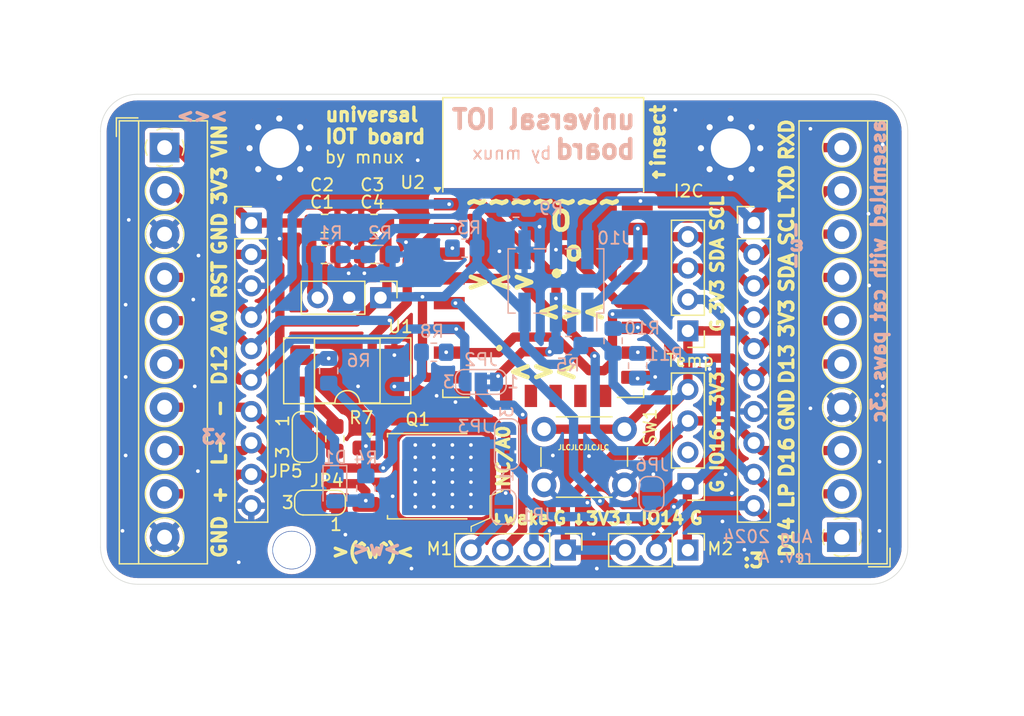
<source format=kicad_pcb>
(kicad_pcb (version 20240108) (generator "pcbnew") (generator_version "8.0")
  (layers (0 "F.Cu" signal) (31 "B.Cu" signal) (34 "B.Paste" user) (35 "F.Paste" user) (36 "B.SilkS" user "B.Silkscreen") (37 "F.SilkS" user "F.Silkscreen") (38 "B.Mask" user) (39 "F.Mask" user) (44 "Edge.Cuts" user))
  (net 0 "")
  (net 1 "GND")
  (net 2 "V Sense")
  (net 3 "RXD")
  (net 4 "TXD")
  (net 5 "+3.3V")
  (net 6 "GND LP")
  (net 7 "nRST")
  (net 8 "GPIO0")
  (net 9 "SCL")
  (net 10 "SDA")
  (net 11 "Fet LOAD VCC")
  (net 12 "Fet GND")
  (net 13 "Fet LOAD GND")
  (net 14 "Net-(SW1A-D)")
  (net 15 "Net-(Q1-G)")
  (net 16 "Net-(JP5-C)")
  (net 17 "VIN")
  (net 18 "IO12")
  (net 19 "IO16")
  (net 20 "IO14")
  (net 21 "IO13")
  (net 22 "IO9")
  (net 23 "IO10")
  (net 24 "Net-(D1-A)")
  (net 25 "Net-(D1-K)")
  (net 27 "Net-(J9-Pin_3)")
  (net 28 "Net-(J9-Pin_4)")
  (net 29 "Net-(JP3-C)")
  (net 30 "Net-(U2-EN)")
  (net 31 "Net-(R7-Pad1)")
  (net 32 "Net-(R8-Pad1)")
  (net 33 "Net-(U2-GPIO15)")
  (footprint "Connector_PinHeader_2.54mm:PinHeader_1x04_P2.54mm_Vertical" (layer "F.Cu") (at 167.64 109 -90)
    (property "Reference" "J9" (hide yes))
    (property "Value" "comparator module")
  )
  (footprint "Button_Switch_THT:SW_PUSH_6mm" (layer "F.Cu") (at 172.414 103.723 180)
    (property "Reference" "SW1")
    (property "Value" "SW_Push_Dual_x2")
  )
  (footprint "Package_TO_SOT_SMD:TO-252-2" (layer "F.Cu") (at 156.565 103.025)
    (property "Reference" "Q1")
    (property "Value" "QM6006D")
  )
  (footprint "Jumper:SolderJumper-3_P1.3mm_Bridged2Bar12_RoundedPad1.0x1.5mm_NumberLabels" (layer "F.Cu") (at 146.558 99.852 -90)
    (property "Reference" "JP5")
    (property "Value" "SolderJumper_3_Bridged12")
  )
  (footprint "Connector_PinHeader_2.54mm:PinHeader_1x04_P2.54mm_Vertical" (layer "F.Cu") (at 177.546 91.275 180)
    (property "Reference" "J8" (hide yes))
    (property "Value" "i2c module")
  )
  (footprint "Connector_PinHeader_2.54mm:PinHeader_1x03_P2.54mm_Vertical" (layer "F.Cu") (at 177.546 109 -90)
    (property "Reference" "J7" (hide yes))
    (property "Value" "radio module")
  )
  (footprint "RF_Module:ESP-12E" (layer "F.Cu") (at 165.85 84.53)
    (property "Reference" "U2")
    (property "Value" "ESP-12E")
  )
  (footprint "TerminalBlock_4Ucon:TerminalBlock_4Ucon_1x10_P3.50mm_Horizontal" (layer "F.Cu") (at 189.992 107.95 90)
    (property "Reference" "J4" (hide yes))
    (property "Value" "Conn_01x10_Pin")
  )
  (footprint "Package_DIP:DIP-4_W7.62mm_SMDSocket_SmallPads" (layer "F.Cu") (at 150 94.5 180)
    (property "Reference" "U1")
    (property "Value" "PC817")
  )
  (footprint "Capacitor_SMD:C_0805_2012Metric_Pad1.18x1.45mm_HandSolder" (layer "F.Cu") (at 152.1675 82.59 180)
    (property "Reference" "C3")
    (property "Value" "100n")
  )
  (footprint "Connector_PinHeader_2.54mm:PinHeader_1x03_P2.54mm_Vertical" (layer "F.Cu") (at 152.6925 88.59 -90)
    (property "Reference" "J6" (hide yes))
    (property "Value" "Conn_01x03_Pin")
  )
  (footprint "Connector_PinHeader_2.54mm:PinHeader_1x10_P2.54mm_Vertical" (layer "F.Cu") (at 182.88 82.55)
    (property "Reference" "J3" (hide yes))
    (property "Value" "Conn_01x10_Pin")
  )
  (footprint "Capacitor_SMD:C_0805_2012Metric_Pad1.18x1.45mm_HandSolder" (layer "F.Cu") (at 152.1675 85.09 180)
    (property "Reference" "C4")
    (property "Value" "470u")
  )
  (footprint "Connector_PinHeader_2.54mm:PinHeader_1x10_P2.54mm_Vertical" (layer "F.Cu") (at 142.24 82.55)
    (property "Reference" "J1" (hide yes))
    (property "Value" "Conn_01x10_Pin")
  )
  (footprint "Capacitor_SMD:C_0805_2012Metric_Pad1.18x1.45mm_HandSolder" (layer "F.Cu") (at 148.1675 85.09)
    (property "Reference" "C1")
    (property "Value" "100n")
  )
  (footprint "Connector_PinHeader_2.54mm:PinHeader_1x04_P2.54mm_Vertical" (layer "F.Cu") (at 177.546 103.632 180)
    (property "Reference" "J5" (hide yes))
    (property "Value" "dht11")
  )
  (footprint "MountingHole:MountingHole_3.2mm_M3_Pad_Via" (layer "F.Cu") (at 144.5 76.5)
    (property "Reference" "REF**" (hide yes))
    (property "Value" "MountingHole_3.2mm_M3_Pad_Via")
  )
  (footprint "Jumper:SolderJumper-3_P1.3mm_Bridged2Bar12_RoundedPad1.0x1.5mm_NumberLabels" (layer "F.Cu") (at 147.798 105.156 180)
    (property "Reference" "JP4")
    (property "Value" "SolderJumper_3_Bridged12")
  )
  (footprint "Resistor_SMD:R_0805_2012Metric_Pad1.20x1.40mm_HandSolder" (layer "F.Cu") (at 149 100 -90)
    (property "Reference" "R7")
    (property "Value" "R")
  )
  (footprint "TerminalBlock_4Ucon:TerminalBlock_4Ucon_1x10_P3.50mm_Horizontal" (layer "F.Cu") (at 135.2296 76.45 -90)
    (property "Reference" "J2" (hide yes))
    (property "Value" "Conn_01x10_Pin")
  )
  (footprint "MountingHole:MountingHole_3.2mm_M3_Pad_Via" (layer "F.Cu") (at 181 76.5 180)
    (property "Reference" "REF**" (hide yes))
    (property "Value" "MountingHole_3.2mm_M3_Pad_Via")
  )
  (footprint "Capacitor_SMD:C_0805_2012Metric_Pad1.18x1.45mm_HandSolder" (layer "F.Cu") (at 148.1675 82.59)
    (property "Reference" "C2")
    (property "Value" "470u")
  )
  (footprint "Jumper:SolderJumper-3_P1.3mm_Bridged2Bar12_RoundedPad1.0x1.5mm_NumberLabels" (layer "B.Cu") (at 160.8 95.4 180)
    (property "Reference" "JP2")
    (property "Value" "SolderJumper_3_Bridged12")
  )
  (footprint "Jumper:SolderJumper-3_P1.3mm_Bridged2Bar12_RoundedPad1.0x1.5mm_NumberLabels" (layer "B.Cu") (at 162.9156 100.4316 90)
    (property "Reference" "JP3")
    (property "Value" "SolderJumper_3_Bridged12")
  )
  (footprint "Diode_SMD:D_0805_2012Metric_Pad1.15x1.40mm_HandSolder" (layer "B.Cu") (at 149 104.025 -90)
    (property "Reference" "D1")
    (property "Value" "D")
  )
  (footprint "Jumper:SolderJumper-2_P1.3mm_Open_RoundedPad1.0x1.5mm" (layer "B.Cu") (at 174.6 104.45 90)
    (property "Reference" "JP6")
    (property "Value" "Jumper_2_Open")
  )
  (footprint "Resistor_SMD:R_0805_2012Metric_Pad1.20x1.40mm_HandSolder" (layer "B.Cu") (at 167.894 92.456 180)
    (property "Reference" "R5")
    (property "Value" "R")
  )
  (footprint "Resistor_SMD:R_0805_2012Metric_Pad1.20x1.40mm_HandSolder" (layer "B.Cu") (at 157 93)
    (property "Reference" "R8")
    (property "Value" "R")
  )
  (footprint "Resistor_SMD:R_0805_2012Metric_Pad1.20x1.40mm_HandSolder" (layer "B.Cu") (at 152.6675 85.09)
    (property "Reference" "R2")
    (property "Value" "R")
  )
  (footprint "Resistor_SMD:R_0805_2012Metric_Pad1.20x1.40mm_HandSolder" (layer "B.Cu") (at 148.6675 85.09)
    (property "Reference" "R1")
    (property "Value" "R")
  )
  (footprint "Resistor_SMD:R_0805_2012Metric_Pad1.20x1.40mm_HandSolder" (layer "B.Cu") (at 151.5 104 90)
    (property "Reference" "R4")
    (property "Value" "R")
  )
  (footprint "Resistor_SMD:R_0805_2012Metric_Pad1.20x1.40mm_HandSolder" (layer "B.Cu") (at 163.65 81.35)
    (property "Reference" "R9")
    (property "Value" "R")
  )
  (footprint "Resistor_SMD:R_0805_2012Metric_Pad1.20x1.40mm_HandSolder" (layer "B.Cu") (at 159.5 84.582 180)
    (property "Reference" "R3")
    (property "Value" "R")
  )
  (footprint "Jumper:SolderJumper-2_P1.3mm_Open_RoundedPad1.0x1.5mm" (layer "B.Cu") (at 162.6616 105.5012 -90)
    (property "Reference" "JP1")
    (property "Value" "Jumper_2_Open")
  )
  (footprint "Resistor_SMD:R_0805_2012Metric_Pad1.20x1.40mm_HandSolder" (layer "B.Cu") (at 148.5 94.5 90)
    (property "Reference" "R6")
    (property "Value" "R")
  )
  (footprint "Resistor_SMD:R_0805_2012Metric_Pad1.20x1.40mm_HandSolder" (layer "B.Cu") (at 173.482 94.091 -90)
    (property "Reference" "R11")
    (property "Value" "R")
  )
  (footprint "Connector_PinHeader_2.54mm:PinHeader_2x03_P2.54mm_Vertical_SMD" (layer "B.Cu") (at 166.878 87.234 90)
    (property "Reference" "J10")
    (property "Value" "Conn_02x03_Counter_Clockwise SMD")
  )
  (footprint "Resistor_SMD:R_0805_2012Metric_Pad1.20x1.40mm_HandSolder" (layer "B.Cu") (at 171.5 92.075 90)
    (property "Reference" "R10")
    (property "Value" "R")
  )
  (gr_line (start 160.02 107.0896) (end 160.02 107.4896) (stroke (width 0.1)) (layer "F.SilkS"))
  (gr_line (start 161.544 106.4116) (end 160.02 107.0896) (stroke (width 0.1)) (layer "F.SilkS"))
  (gr_line (start 162.6 104.2) (end 161.544 104.6116) (stroke (width 0.1)) (layer "F.SilkS"))
  (gr_line (start 161.544 104.6116) (end 161.544 106.4116) (stroke (width 0.1)) (layer "F.SilkS"))
  (gr_line (start 195.326 75.136) (end 195.326 108.76) (stroke (width 0.05)) (layer "Edge.Cuts"))
  (gr_arc (start 195.326 108.76) (mid 194.44732 110.88132) (end 192.326 111.76) (stroke (width 0.05)) (layer "Edge.Cuts"))
  (gr_line (start 192.326 111.76) (end 133.048 111.76) (stroke (width 0.05)) (layer "Edge.Cuts"))
  (gr_line (start 133.048 72.136) (end 192.326 72.136) (stroke (width 0.05)) (layer "Edge.Cuts"))
  (gr_arc (start 133.048 111.76) (mid 130.92668 110.88132) (end 130.048 108.76) (stroke (width 0.05)) (layer "Edge.Cuts"))
  (gr_arc (start 192.326 72.136) (mid 194.44732 73.01468) (end 195.326 75.136) (stroke (width 0.05)) (layer "Edge.Cuts"))
  (gr_arc (start 130.048 75.136) (mid 130.92668 73.01468) (end 133.048 72.136) (stroke (width 0.05)) (layer "Edge.Cuts"))
  (gr_line (start 130.048 108.76) (end 130.048 75.136) (stroke (width 0.05)) (layer "Edge.Cuts"))
  (gr_text "x3" (at 140.35 100.5 0) (layer "B.SilkS") (effects (font (size 1.1 1.1) (thickness 0.275) (bold yes)) (justify left bottom mirror)))
  (gr_text "><>" (at 140.5 74.5 0) (layer "B.SilkS") (effects (font (size 1.1 1.1) (thickness 0.275) (bold yes)) (justify left bottom mirror)))
  (gr_text "Aug 2024\nrev. A" (at 187.706 108.712 0) (layer "B.SilkS") (effects (font (size 1 1)) (justify left mirror)))
  (gr_text "assembled with cat paws :3c" (at 193.6 74.05 90) (layer "B.SilkS") (effects (font (size 1.1 1.1) (thickness 0.275) (bold yes)) (justify left bottom mirror)))
  (gr_text ">w<" (at 154.5 109.5 0) (layer "B.SilkS") (effects (font (size 1.1 1.1) (thickness 0.275) (bold yes)) (justify left bottom mirror)))
  (gr_text "universal IOT\nboard" (at 173.482 77.47 0) (layer "B.SilkS") (effects (font (size 1.5 1.5) (thickness 0.375) (bold yes)) (justify left bottom mirror)))
  (gr_text "by mnux" (at 163.322 76.9 0) (layer "B.SilkS") (effects (font (size 1 1)) (justify mirror)))
  (gr_text "-ω-" (at 186.85 82.25 90) (layer "B.SilkS") (effects (font (size 1.1 1.1) (thickness 0.275) (bold yes)) (justify left bottom mirror)))
  (gr_text "IO16↑" (at 180.5 102.743 90) (layer "F.SilkS") (effects (font (size 1 1) (thickness 0.25) (bold yes)) (justify left bottom)))
  (gr_text "A0" (at 140.3096 91.7448 90) (layer "F.SilkS") (effects (font (size 1.1 1.1) (thickness 0.275) (bold yes)) (justify left bottom)))
  (gr_text "G" (at 180.5 91.5 90) (layer "F.SilkS") (effects (font (size 1 1) (thickness 0.25) (bold yes)) (justify left bottom)))
  (gr_text "SCL\n" (at 180.5 83.312 90) (layer "F.SilkS") (effects (font (size 1 1) (thickness 0.25) (bold yes)) (justify left bottom)))
  (gr_text "LP" (at 186.182 105.7656 90) (layer "F.SilkS") (effects (font (size 1.1 1.1) (thickness 0.275) (bold yes)) (justify left bottom)))
  (gr_text "M2" (at 179.0192 109.474 0) (layer "F.SilkS") (effects (font (size 1 1)) (justify left bottom)))
  (gr_text ">(^w^)<" (at 148.59 109.728 0) (layer "F.SilkS") (effects (font (size 1.1 1.1) (thickness 0.275) (bold yes)) (justify left bottom)))
  (gr_text "↓wake" (at 166.4716 107 0) (layer "F.SilkS") (effects (font (size 1 1) (thickness 0.25) (bold yes)) (justify right bottom)))
  (gr_text "NC/A0" (at 163.2 98.8 90) (layer "F.SilkS") (effects (font (size 1 1) (thickness 0.25) (bold yes)) (justify right bottom)))
  (gr_text "G" (at 180.5 104.5 90) (layer "F.SilkS") (effects (font (size 1 1) (thickness 0.25) (bold yes)) (justify left bottom)))
  (gr_text "RST" (at 140.3096 88.8238 90) (layer "F.SilkS") (effects (font (size 1.1 1.1) (thickness 0.275) (bold yes)) (justify left bottom)))
  (gr_text "G" (at 178.88 107 0) (layer "F.SilkS") (effects (font (size 1 1) (thickness 0.25) (bold yes)) (justify right bottom)))
  (gr_text "3V3\n" (at 180.5 97.5 90) (layer "F.SilkS") (effects (font (size 1 1) (thickness 0.25) (bold yes)) (justify left bottom)))
  (gr_text "GND" (at 186.182 99.5172 90) (layer "F.SilkS") (effects (font (size 1.1 1.1) (thickness 0.275) (bold yes)) (justify left bottom)))
  (gr_text "G" (at 167.8432 107 0) (layer "F.SilkS") (effects (font (size 1 1) (thickness 0.25) (bold yes)) (justify right bottom)))
  (gr_text "SCL\n" (at 186.182 84.5312 90) (layer "F.SilkS") (effects (font (size 1.1 1.1) (thickness 0.275) (bold yes)) (justify left bottom)))
  (gr_text "SDA" (at 180.5 86.741 90) (layer "F.SilkS") (effects (font (size 1 1) (thickness 0.25) (bold yes)) (justify left bottom)))
  (gr_text "-" (at 140.3096 98.3996 90) (layer "F.SilkS") (effects (font (size 1.1 1.1) (thickness 0.275) (bold yes)) (justify left bottom)))
  (gr_text "+" (at 140.3096 105.41 90) (layer "F.SilkS") (effects (font (size 1.1 1.1) (thickness 0.275) (bold yes)) (justify left bottom)))
  (gr_text "universal\nIOT board" (at 148.082 76.2 0) (layer "F.SilkS") (effects (font (size 1.1 1.1) (thickness 0.275) (bold yes)) (justify left bottom)))
  (gr_text "3V3\n" (at 180.5 90.043 90) (layer "F.SilkS") (effects (font (size 1 1) (thickness 0.25) (bold yes)) (justify left bottom)))
  (gr_text "VIN" (at 140.3096 77.4192 90) (layer "F.SilkS") (effects (font (size 1.1 1.1) (thickness 0.275) (bold yes)) (justify left bottom)))
  (gr_text "I2C" (at 176.3 80.55 0) (layer "F.SilkS") (effects (font (size 1 1)) (justify left bottom)))
  (gr_text "3V3" (at 140.3096 81.2292 90) (layer "F.SilkS") (effects (font (size 1.1 1.1) (thickness 0.275) (bold yes)) (justify left bottom)))
  (gr_text "↓3V3↓\n" (at 167.935233 107.028573 0) (layer "F.SilkS") (effects (font (size 1 1) (thickness 0.25) (bold yes)) (justify left bottom)))
  (gr_text "IO14" (at 177.38 107 0) (layer "F.SilkS") (effects (font (size 1 1) (thickness 0.25) (bold yes)) (justify right bottom)))
  (gr_text "Temp" (at 175.7 94.25 0) (layer "F.SilkS") (effects (font (size 1 1)) (justify left bottom)))
  (gr_text "D13" (at 186.182 95.7072 90) (layer "F.SilkS") (effects (font (size 1.1 1.1) (thickness 0.25) (bold yes)) (justify left bottom)))
  (gr_text "~~~~~~~\n" (at 159.4 81.7 0) (layer "F.SilkS") (effects (font (size 1.5 2.5) (thickness 0.375) (bold yes)) (justify left bottom)))
  (gr_text "M1" (at 156.3116 109.474 0) (layer "F.SilkS") (effects (font (size 1 1)) (justify left bottom)))
  (gr_text "by mnux" (at 151.384 77.216 0) (layer "F.SilkS") (effects (font (size 1 1))))
  (gr_text "D16" (at 186.182 103.2764 90) (layer "F.SilkS") (effects (font (size 1.1 1.1) (thickness 0.275) (bold yes)) (justify left bottom)))
  (gr_text "RXD" (at 186.182 77.6224 90) (layer "F.SilkS") (effects (font (size 1.1 1.1) (thickness 0.275) (bold yes)) (justify left bottom)))
  (gr_text "↑insect" (at 175.768 79.502 90) (layer "F.SilkS") (effects (font (size 1.1 1.1) (thickness 0.275) (bold yes)) (justify left bottom)))
  (gr_text "D12" (at 140.3096 95.8088 90) (layer "F.SilkS") (effects (font (size 1.1 1.1) (thickness 0.25) (bold yes)) (justify left bottom)))
  (gr_text "TXD" (at 186.182 81.026 90) (layer "F.SilkS") (effects (font (size 1.1 1.1) (thickness 0.275) (bold yes)) (justify left bottom)))
  (gr_text "3V3" (at 186.182 91.948 90) (layer "F.SilkS") (effects (font (size 1.1 1.1) (thickness 0.275) (bold yes)) (justify left bottom)))
  (gr_text "GND" (at 140.3096 109.7788 90) (layer "F.SilkS") (effects (font (size 1.1 1.1) (thickness 0.275) (bold yes)) (justify left bottom)))
  (gr_text "SDA" (at 186.182 88.2904 90) (layer "F.SilkS") (effects (font (size 1.1 1.1) (thickness 0.275) (bold yes)) (justify left bottom)))
  (gr_text "D14" (at 186.182 109.728 90) (layer "F.SilkS") (effects (font (size 1.1 1.1) (thickness 0.275) (bold yes)) (justify left bottom)))
  (gr_text "GND" (at 140.3096 85.2678 90) (layer "F.SilkS") (effects (font (size 1.1 1.1) (thickness 0.275) (bold yes)) (justify left bottom)))
  (gr_text "L-" (at 140.3096 102.3112 90) (layer "F.SilkS") (effects (font (size 1.1 1.1) (thickness 0.275) (bold yes)) (justify left bottom)))
  (gr_text "JLCJLCJLCJLC" (at 169.1 100.7 -0) (layer "F.SilkS") (effects (font (size 0.4 0.4) (thickness 0.1) (bold yes))))
  (gr_text ":3" (at 181.864 110.49 0) (layer "F.SilkS") (effects (font (size 1.1 1.1) (thickness 0.275) (bold yes)) (justify left bottom)))
  (gr_text "\n\n      O\n       o\n><> °\n     <><\n  .\n   <><" (at 159.4 95.35 0) (layer "F.SilkS") (effects (font (size 1.5 1.5) (thickness 0.375) (bold yes)) (justify left bottom)))
  (via (at 145.5 109) (size 3.1) (drill 3) (layers "F.Cu" "B.Cu") (net 0))
  (segment (start 189.652 97.79) (end 189.992 97.45) (width 0.75) (layer "F.Cu") (net 1))
  (segment (start 142.24 105.41) (end 141.79 105.41) (width 0.75) (layer "F.Cu") (net 1))
  (via (at 181.102 104.394) (size 0.6) (drill 0.3) (layers "F.Cu" "B.Cu") (net 1))
  (via (at 166.624 101.346) (size 0.6) (drill 0.3) (layers "F.Cu" "B.Cu") (net 1))
  (via (at 169.55 101.4) (size 0.6) (drill 0.3) (layers "F.Cu" "B.Cu") (net 1))
  (via (at 132.08 89.154) (size 0.6) (drill 0.3) (layers "F.Cu" "B.Cu") (net 1))
  (via (at 132.08 101.346) (size 0.6) (drill 0.3) (layers "F.Cu" "B.Cu") (net 1))
  (via (at 169.926 107.696) (size 0.6) (drill 0.3) (layers "F.Cu" "B.Cu") (net 1))
  (via (at 158.75 97.028) (size 0.6) (drill 0.3) (layers "F.Cu" "B.Cu") (net 1))
  (via (at 193.294 95.758) (size 0.6) (drill 0.3) (layers "F.Cu" "B.Cu") (net 1))
  (via (at 192.15 81.8) (size 0.6) (drill 0.3) (layers "F.Cu" "B.Cu") (net 1))
  (via (at 176.413409 105.494028) (size 0.6) (drill 0.3) (layers "F.Cu" "B.Cu") (net 1))
  (via (at 131.826 107.442) (size 0.6) (drill 0.3) (layers "F.Cu" "B.Cu") (net 1))
  (via (at 169.418 105.156) (size 0.6) (drill 0.3) (layers "F.Cu" "B.Cu") (net 1))
  (via (at 180.34 106.68) (size 0.6) (drill 0.3) (layers "F.Cu" "B.Cu") (net 1))
  (via (at 187.452 97.536) (size 0.6) (drill 0.3) (layers "F.Cu" "B.Cu") (net 1))
  (via (at 187.452 74.93) (size 0.6) (drill 0.3) (layers "F.Cu" "B.Cu") (net 1))
  (via (at 150.876 95.758) (size 0.6) (drill 0.3) (layers "F.Cu" "B.Cu") (net 1))
  (via (at 151.384 86.614) (size 0.6) (drill 0.3) (layers "F.Cu" "B.Cu") (net 1))
  (via (at 182.118 108.966) (size 0.6) (drill 0.3) (layers "F.Cu" "B.Cu") (net 1))
  (via (at 154.75 84.1) (size 0.6) (drill 0.3) (layers "F.Cu" "B.Cu") (net 1))
  (via (at 137.549626 88.737433) (size 0.6) (drill 0.3) (layers "F.Cu" "B.Cu") (net 1))
  (via (at 137.969609 85.181585) (size 0.6) (drill 0.3) (layers "F.Cu" "B.Cu") (net 1))
  (via (at 141.224 109.982) (size 0.6) (drill 0.3) (layers "F.Cu" "B.Cu") (net 1))
  (via (at 162.306 84.836) (size 0.6) (drill 0.3) (layers "F.Cu" "B.Cu") (net 1))
  (via (at 179.3 94.35) (size 0.6) (drill 0.3) (layers "F.Cu" "B.Cu") (net 1))
  (via (at 173.482 95.123) (size 0.6) (drill 0.3) (layers "F.Cu" "B.Cu") (net 1))
  (via (at 180.594 102.87) (size 0.6) (drill 0.3) (layers "F.Cu" "B.Cu") (net 1))
  (via (at 166.37 107.442) (size 0.6) (drill 0.3) (layers "F.Cu" "B.Cu") (net 1))
  (via (at 165.55 82.85) (size 0.6) (drill 0.3) (layers "F.Cu" "B.Cu") (net 1))
  (via (at 137.922 102.616) (size 0.6) (drill 0.3) (layers "F.Cu" "B.Cu") (net 1))
  (via (at 174.752 102.87) (size 0.6) (drill 0.3) (layers "F.Cu" "B.Cu") (net 1))
  (via (at 137.668 95.758) (size 0.6) (drill 0.3) (layers "F.Cu" "B.Cu") (net 1))
  (via (at 170.18 110.49) (size 0.6) (drill 0.3) (layers "F.Cu" "B.Cu") (net 1))
  (via (at 174.9 95) (size 0.6) (drill 0.3) (layers "F.Cu" "B.Cu") (net 1))
  (via (at 132.08 94.996) (size 0.6) (drill 0.3) (layers "F.Cu" "B.Cu") (net 1))
  (via (at 192.2 87.6) (size 0.6) (drill 0.3) (layers "F.Cu" "B.Cu") (net 1))
  (via (at 150.114 86.614) (size 0.6) (drill 0.3) (layers "F.Cu" "B.Cu") (net 1))
  (via (at 157.226 96.52) (size 0.6) (drill 0.3) (layers "F.Cu" "B.Cu") (net 1))
  (via (at 176.53 73.406) (size 0.6) (drill 0.3) (layers "F.Cu" "B.Cu") (net 1))
  (via (at 193.04 101.854) (size 0.6) (drill 0.3) (layers "F.Cu" "B.Cu") (net 1))
  (via (at 155.194 110.49) (size 0.6) (drill 0.3) (layers "F.Cu" "B.Cu") (net 1))
  (via (at 132.334 82.296) (size 0.6) (drill 0.3) (layers "F.Cu" "B.Cu") (net 1))
  (via (at 193.294 76.2) (size 0.6) (drill 0.3) (layers "F.Cu" "B.Cu") (net 1))
  (via (at 193.04 107.442) (size 0.6) (drill 0.3) (layers "F.Cu" "B.Cu") (net 1))
  (via (at 149.85 107.75) (size 0.6) (drill 0.3) (layers "F.Cu" "B.Cu") (net 1))
  (via (at 144.526 83.82) (size 0.6) (drill 0.3) (layers "F.Cu" "B.Cu") (net 1))
  (via (at 155.702 77.47) (size 0.6) (drill 0.3) (layers "F.Cu" "B.Cu") (net 1))
  (via (at 153.81 93.23) (size 0.6) (drill 0.3) (layers "F.Cu" "B.Cu") (net 1))
  (via (at 153.67 104.648) (size 0.6) (drill 0.3) (layers "F.Cu" "B.Cu") (net 1))
  (segment (start 154.85 88.99) (end 154.85 85.53) (width 0.75) (layer "F.Cu") (net 2))
  (segment (start 157.35 83.03) (end 158.25 83.03) (width 0.75) (layer "F.Cu") (net 2))
  (segment (start 162.814 104.386) (end 162.814 99.568) (width 0.75) (layer "F.Cu") (net 2))
  (segment (start 139.98 90.45) (end 142.24 92.71) (width 0.75) (layer "F.Cu") (net 2))
  (segment (start 153.67 98.552) (end 152.019 96.901) (width 0.75) (layer "F.Cu") (net 2))
  (segment (start 154.85 85.53) (end 157.35 83.03) (width 0.75) (layer "F.Cu") (net 2))
  (segment (start 162.814 99.568) (end 161.798 98.552) (width 0.75) (layer "F.Cu") (net 2))
  (segment (start 152.019 91.821) (end 154.85 88.99) (width 0.75) (layer "F.Cu") (net 2))
  (segment (start 152.019 96.901) (end 152.019 91.821) (width 0.75) (layer "F.Cu") (net 2))
  (segment (start 135.2296 90.45) (end 139.98 90.45) (width 0.75) (layer "F.Cu") (net 2))
  (segment (start 161.798 98.552) (end 153.67 98.552) (width 0.75) (layer "F.Cu") (net 2))
  (via (at 153.416 90.424) (size 0.6) (drill 0.3) (layers "F.Cu" "B.Cu") (net 2))
  (via (at 162.814 104.386) (size 0.6) (drill 0.3) (layers "F.Cu" "B.Cu") (net 2))
  (via (at 158.5 83) (size 0.6) (drill 0.3) (layers "F.Cu" "B.Cu") (net 2))
  (segment (start 158.5 83) (end 153.7575 83) (width 0.75) (layer "B.Cu") (net 2))
  (segment (start 153.416 90.424) (end 144.526 90.424) (width 0.75) (layer "B.Cu") (net 2))
  (segment (start 153.7575 83) (end 151.6675 85.09) (width 0.75) (layer "B.Cu") (net 2))
  (segment (start 144.526 90.424) (end 142.24 92.71) (width 0.75) (layer "B.Cu") (net 2))
  (segment (start 149.6675 85.09) (end 151.6675 85.09) (width 0.75) (layer "B.Cu") (net 2))
  (segment (start 182.88 81.97) (end 182.88 82.55) (width 0.75) (layer "F.Cu") (net 3))
  (segment (start 188.4 76.45) (end 182.88 81.97) (width 0.75) (layer "F.Cu") (net 3))
  (segment (start 189.992 76.45) (end 188.4 76.45) (width 0.75) (layer "F.Cu") (net 3))
  (via (at 173.708 80.772) (size 0.6) (drill 0.3) (layers "F.Cu" "B.Cu") (net 3))
  (segment (start 173.708 80.772) (end 171.069 80.772) (width 0.75) (layer "B.Cu") (net 3))
  (segment (start 181.102 80.772) (end 182.88 82.55) (width 0.75) (layer "B.Cu") (net 3))
  (segment (start 169.418 82.423) (end 169.418 84.709) (width 0.75) (layer "B.Cu") (net 3))
  (segment (start 171.069 80.772) (end 169.418 82.423) (width 0.75) (layer "B.Cu") (net 3))
  (segment (start 173.708 80.772) (end 181.102 80.772) (width 0.75) (layer "B.Cu") (net 3))
  (segment (start 182.665 85.09) (end 182.88 85.09) (width 0.75) (layer "F.Cu") (net 4))
  (segment (start 179.725 82.15) (end 182.665 85.09) (width 0.75) (layer "F.Cu") (net 4))
  (segment (start 189.992 79.95) (end 188.65 79.95) (width 0.75) (layer "F.Cu") (net 4))
  (segment (start 188.65 79.95) (end 183.51 85.09) (width 0.75) (layer "F.Cu") (net 4))
  (segment (start 175.08 82.15) (end 179.725 82.15) (width 0.75) (layer "F.Cu") (net 4))
  (segment (start 174.2 83.03) (end 175.08 82.15) (width 0.75) (layer "F.Cu") (net 4))
  (segment (start 183.51 85.09) (end 182.88 85.09) (width 0.75) (layer "F.Cu") (net 4))
  (segment (start 173.45 83.03) (end 174.2 83.03) (width 0.75) (layer "F.Cu") (net 4))
  (via (at 173.5 83) (size 0.6) (drill 0.3) (layers "F.Cu" "B.Cu") (net 4))
  (segment (start 173.5 85.677) (end 169.418 89.759) (width 0.75) (layer "B.Cu") (net 4))
  (segment (start 173.5 83) (end 173.5 85.677) (width 0.75) (layer "B.Cu") (net 4))
  (segment (start 182.88 92.71) (end 182.756 92.71) (width 0.75) (layer "F.Cu") (net 5))
  (segment (start 156.083 88.5) (end 156.083 88.519) (width 0.75) (layer "F.Cu") (net 5))
  (segment (start 140.94 85.09) (end 135.8 79.95) (width 0.75) (layer "F.Cu") (net 5))
  (segment (start 178.727 91.275) (end 177.546 91.275) (width 0.75) (layer "F.Cu") (net 5))
  (segment (start 167.64 105.16) (end 167.64 109) (width 0.75) (layer "F.Cu") (net 5))
  (segment (start 185.5 90.45) (end 183.24 92.71) (width 0.75) (layer "F.Cu") (net 5))
  (segment (start 181.445 91.275) (end 182.88 92.71) (width 0.75) (layer "F.Cu") (net 5))
  (segment (start 135.8 79.95) (end 135.2296 79.95) (width 0.75) (layer "F.Cu") (net 5))
  (segment (start 177.546 91.275) (end 181.445 91.275) (width 0.75) (layer "F.Cu") (net 5))
  (segment (start 174.498 99.822) (end 172.974 101.346) (width 0.75) (layer "F.Cu") (net 5))
  (segment (start 177.546 96.012) (end 174.498 99.06) (width 0.75) (layer "F.Cu") (net 5))
  (segment (start 142.24 85.09) (end 140.94 85.09) (width 0.75) (layer "F.Cu") (net 5))
  (segment (start 153.205 88.0775) (end 152.6925 88.59) (width 0.75) (layer "F.Cu") (net 5))
  (segment (start 156.371 95.03) (end 158.25 95.03) (width 0.75) (layer "F.Cu") (net 5))
  (segment (start 146.05 98.552) (end 144.526 97.028) (width 0.75) (layer "F.Cu") (net 5))
  (segment (start 183.24 92.71) (end 182.88 92.71) (width 0.75) (layer "F.Cu") (net 5))
  (segment (start 144.526 97.028) (end 144.526 91.774) (width 0.75) (layer "F.Cu") (net 5))
  (segment (start 177.546 91.275) (end 177.546 96.012) (width 0.75) (layer "F.Cu") (net 5))
  (segment (start 143.59 85.09) (end 141.986 85.09) (width 0.75) (layer "F.Cu") (net 5))
  (segment (start 146.558 98.552) (end 146.05 98.552) (width 0.75) (layer "F.Cu") (net 5))
  (segment (start 144.526 90.551) (end 150.7315 90.551) (width 0.75) (layer "F.Cu") (net 5))
  (segment (start 144.526 91.774) (end 144.55 91.75) (width 0.75) (layer "F.Cu") (net 5))
  (segment (start 174.498 99.06) (end 174.498 99.822) (width 0.75) (layer "F.Cu") (net 5))
  (segment (start 172.974 101.346) (end 171.454 101.346) (width 0.75) (layer "F.Cu") (net 5))
  (segment (start 144.55 91.75) (end 144.55 86.05) (width 0.75) (layer "F.Cu") (net 5))
  (segment (start 144.526 91.774) (end 144.526 90.551) (width 0.75) (layer "F.Cu") (net 5))
  (segment (start 144.55 86.05) (end 143.59 85.09) (width 0.75) (layer "F.Cu") (net 5))
  (segment (start 153.205 82.59) (end 153.205 88.0775) (width 0.75) (layer "F.Cu") (net 5))
  (segment (start 150.7315 90.551) (end 152.6925 88.59) (width 0.75) (layer "F.Cu") (net 5))
  (segment (start 171.454 101.346) (end 167.64 105.16) (width 0.75) (layer "F.Cu") (net 5))
  (segment (start 156.083 94.742) (end 156.371 95.03) (width 0.75) (layer "F.Cu") (net 5))
  (segment (start 189.992 90.45) (end 185.5 90.45) (width 0.75) (layer "F.Cu") (net 5))
  (segment (start 156.083 88.519) (end 156.083 94.742) (width 0.75) (layer "F.Cu") (net 5))
  (via (at 156.083 88.519) (size 0.6) (drill 0.3) (layers "F.Cu" "B.Cu") (net 5))
  (segment (start 164.338 92.329) (end 164.338 89.759) (width 0.75) (layer "B.Cu") (net 5))
  (segment (start 176.65 96.85) (end 172.796 96.85) (width 0.75) (layer "B.Cu") (net 5))
  (segment (start 160.966 81.35) (end 160.5 81.816) (width 0.75) (layer "B.Cu") (net 5))
  (segment (start 170.627 92.202) (end 169.283 92.202) (width 0.75) (layer "B.Cu") (net 5))
  (segment (start 164.338 89.738) (end 160.5 85.9) (width 0.75) (layer "B.Cu") (net 5))
  (segment (start 157.85 88.5) (end 155.5 88.5) (width 0.75) (layer "B.Cu") (net 5))
  (segment (start 169.283 92.202) (end 167.505 93.98) (width 0.75) (layer "B.Cu") (net 5))
  (segment (start 160.5 84.582) (end 160.5 85.85) (width 0.75) (layer "B.Cu") (net 5))
  (segment (start 172.796 96.85) (end 171.5 95.554) (width 0.75) (layer "B.Cu") (net 5))
  (segment (start 156.083 88.519) (end 152.7635 88.519) (width 0.75) (layer "B.Cu") (net 5))
  (segment (start 171.5 95.554) (end 171.5 93.075) (width 0.75) (layer "B.Cu") (net 5))
  (segment (start 160.5 85.9) (end 160.5 84.582) (width 0.75) (layer "B.Cu") (net 5))
  (segment (start 167.505 93.98) (end 165.989 93.98) (width 0.75) (layer "B.Cu") (net 5))
  (segment (start 160.5 85.85) (end 157.85 88.5) (width 0.75) (layer "B.Cu") (net 5))
  (segment (start 160.5 81.816) (end 160.5 84.582) (width 0.75) (layer "B.Cu") (net 5))
  (segment (start 171.5 93.075) (end 170.627 92.202) (width 0.75) (layer "B.Cu") (net 5))
  (segment (start 152.7635 88.519) (end 152.6925 88.59) (width 0.75) (layer "B.Cu") (net 5))
  (segment (start 177.5 96) (end 176.65 96.85) (width 0.75) (layer "B.Cu") (net 5))
  (segment (start 164.338 89.759) (end 164.338 89.738) (width 0.75) (layer "B.Cu") (net 5))
  (segment (start 164 81.35) (end 160.966 81.35) (width 0.75) (layer "B.Cu") (net 5))
  (segment (start 168.5 109) (end 172.88 109) (width 0.75) (layer "B.Cu") (net 5))
  (segment (start 165.989 93.98) (end 164.338 92.329) (width 0.75) (layer "B.Cu") (net 5))
  (segment (start 184.46 104.45) (end 182.88 102.87) (width 0.75) (layer "F.Cu") (net 6))
  (segment (start 177.96 109) (end 177.546 109) (width 0.75) (layer "F.Cu") (net 6))
  (segment (start 189.992 104.45) (end 184.46 104.45) (width 0.75) (layer "F.Cu") (net 6))
  (segment (start 177.546 109) (end 177.5 108.954) (width 0.75) (layer "F.Cu") (net 6))
  (segment (start 177.5 108.954) (end 177.5 103.62) (width 0.75) (layer "F.Cu") (net 6))
  (segment (start 177.98 103.62) (end 180.594 101.006) (width 0.75) (layer "B.Cu") (net 6))
  (segment (start 178.905 88.735) (end 177.546 88.735) (width 0.75) (layer "B.Cu") (net 6))
  (segment (start 180.594 100.526) (end 180.594 90.424) (width 0.75) (layer "B.Cu") (net 6))
  (segment (start 174.6 105.1) (end 175.57 105.1) (width 0.75) (layer "B.Cu") (net 6))
  (segment (start 164.2364 103.0524) (end 164.2364 104.6734) (width 0.75) (layer "B.Cu") (net 6))
  (segment (start 173.863 106.299) (end 174.6 105.562) (width 0.75) (layer "B.Cu") (net 6))
  (segment (start 162.9156 101.7316) (end 164.2364 103.0524) (width 0.75) (layer "B.Cu") (net 6))
  (segment (start 182.42 102.87) (end 180.594 101.044) (width 0.75) (layer "B.Cu") (net 6))
  (segment (start 180.594 101.044) (end 180.594 100.526) (width 0.75) (layer "B.Cu") (net 6))
  (segment (start 180.594 101.006) (end 180.594 100.526) (width 0.75) (layer "B.Cu") (net 6))
  (segment (start 165.1 107.257) (end 165.1 109) (width 0.75) (layer "B.Cu") (net 6))
  (segment (start 164.2364 104.6734) (end 165.96 106.397) (width 0.75) (layer "B.Cu") (net 6))
  (segment (start 175.57 105.1) (end 177.05 103.62) (width 0.75) (layer "B.Cu") (net 6))
  (segment (start 166.058 106.299) (end 173.863 106.299) (width 0.75) (layer "B.Cu") (net 6))
  (segment (start 182.88 102.87) (end 182.42 102.87) (width 0.75) (layer "B.Cu") (net 6))
  (segment (start 180.594 90.424) (end 178.905 88.735) (width 0.75) (layer "B.Cu") (net 6))
  (segment (start 165.96 106.397) (end 165.1 107.257) (width 0.75) (layer "B.Cu") (net 6))
  (segment (start 174.6 105.562) (end 174.6 105.1) (width 0.75) (layer "B.Cu") (net 6))
  (segment (start 177.05 103.62) (end 177.98 103.62) (width 0.75) (layer "B.Cu") (net 6))
  (segment (start 165.96 106.397) (end 166.058 106.299) (width 0.75) (layer "B.Cu") (net 6))
  (segment (start 158.246 81.03) (end 158.25 81.03) (width 0.75) (layer "F.Cu") (net 7))
  (segment (start 160.913 81.03) (end 158.254 81.03) (width 0.75) (layer "F.Cu") (net 7))
  (segment (start 158.254 81.03) (end 158.242 81.026) (width 0.75) (layer "F.Cu") (net 7))
  (segment (start 166.878 86.995) (end 160.913 81.03) (width 0.75) (layer "F.Cu") (net 7))
  (segment (start 166.37 92.964) (end 164.166 92.964) (width 0.75) (layer "F.Cu") (net 7))
  (segment (start 135.2296 86.95) (end 139.02 86.95) (width 0.75) (layer "F.Cu") (net 7))
  (segment (start 164.166 92.964) (end 162.2 94.93) (width 0.75) (layer "F.Cu") (net 7))
  (segment (start 166.878 88.646) (end 166.878 86.995) (width 0.75) (layer "F.Cu") (net 7))
  (segment (start 139.02 86.95) (end 142.24 90.17) (width 0.75) (layer "F.Cu") (net 7))
  (segment (start 158.242 81.026) (end 158.246 81.03) (width 0.75) (layer "F.Cu") (net 7))
  (via (at 166.37 92.964) (size 0.6) (drill 0.3) (layers "F.Cu" "B.Cu") (net 7))
  (via (at 166.878 88.646) (size 0.6) (drill 0.3) (layers "F.Cu" "B.Cu") (net 7))
  (via (at 158.242 81.026) (size 0.6) (drill 0.3) (layers "F.Cu" "B.Cu") (net 7))
  (via (at 162.2 94.93) (size 0.6) (drill 0.3) (layers "F.Cu" "B.Cu") (net 7))
  (segment (start 145.542 86.868) (end 142.24 90.17) (width 0.75) (layer "B.Cu") (net 7))
  (segment (start 158.242 81.026) (end 146.558 81.026) (width 0.75) (layer "B.Cu") (net 7))
  (segment (start 166.37 92.964) (end 166.878 92.456) (width 0.75) (layer "B.Cu") (net 7))
  (segment (start 145.542 82.042) (end 145.542 86.868) (width 0.75) (layer "B.Cu") (net 7))
  (segment (start 146.558 81.026) (end 145.542 82.042) (width 0.75) (layer "B.Cu") (net 7))
  (segment (start 166.878 92.456) (end 166.878 89.759) (width 0.75) (layer "B.Cu") (net 7))
  (segment (start 166.878 84.709) (end 167.659 84.709) (width 0.75) (layer "F.Cu") (net 8))
  (segment (start 167.659 84.709) (end 171.98 89.03) (width 0.75) (layer "F.Cu") (net 8))
  (segment (start 171.98 89.03) (end 173.45 89.03) (width 0.75) (layer "F.Cu") (net 8))
  (via (at 166.878 84.709) (size 0.6) (drill 0.3) (layers "F.Cu" "B.Cu") (net 8))
  (segment (start 166.878 81.828) (end 166.4 81.35) (width 0.75) (layer "B.Cu") (net 8))
  (segment (start 166.878 84.709) (end 166.878 81.828) (width 0.75) (layer "B.Cu") (net 8))
  (segment (start 166.4 81.35) (end 164.95 81.35) (width 0.75) (layer "B.Cu") (net 8))
  (segment (start 173.45 85.03) (end 174.52 85.03) (width 0.75) (layer "F.Cu") (net 9))
  (segment (start 174.52 85.03) (end 175.895 83.655) (width 0.75) (layer "F.Cu") (net 9))
  (segment (start 183.47 87.63) (end 182.88 87.63) (width 0.75) (layer "F.Cu") (net 9))
  (segment (start 189.992 83.45) (end 187.65 83.45) (width 0.75) (layer "F.Cu") (net 9))
  (segment (start 187.65 83.45) (end 183.47 87.63) (width 0.75) (layer "F.Cu") (net 9))
  (segment (start 182.53 87.63) (end 182.88 87.63) (width 0.75) (layer "F.Cu") (net 9))
  (segment (start 175.895 83.655) (end 177.546 83.655) (width 0.75) (layer "F.Cu") (net 9))
  (segment (start 178.555 83.655) (end 182.53 87.63) (width 0.75) (layer "F.Cu") (net 9))
  (segment (start 177.546 83.655) (end 178.555 83.655) (width 0.75) (layer "F.Cu") (net 9))
  (segment (start 189.992 86.95) (end 186.55 86.95) (width 0.75) (layer "F.Cu") (net 10))
  (segment (start 182.52 90.17) (end 182.88 90.17) (width 0.75) (layer "F.Cu") (net 10))
  (segment (start 178.545 86.195) (end 182.52 90.17) (width 0.75) (layer "F.Cu") (net 10))
  (segment (start 175.495 87.03) (end 176.33 86.195) (width 0.75) (layer "F.Cu") (net 10))
  (segment (start 176.33 86.195) (end 177.546 86.195) (width 0.75) (layer "F.Cu") (net 10))
  (segment (start 177.546 86.195) (end 178.545 86.195) (width 0.75) (layer "F.Cu") (net 10))
  (segment (start 173.45 87.03) (end 175.495 87.03) (width 0.75) (layer "F.Cu") (net 10))
  (segment (start 186.55 86.95) (end 183.33 90.17) (width 0.75) (layer "F.Cu") (net 10))
  (segment (start 183.33 90.17) (end 182.88 90.17) (width 0.75) (layer "F.Cu") (net 10))
  (segment (start 145.752 101.152) (end 142.39 97.79) (width 0.75) (layer "F.Cu") (net 11))
  (segment (start 141.9 97.45) (end 142.24 97.79) (width 0.75) (layer "F.Cu") (net 11))
  (segment (start 146.558 101.152) (end 145.752 101.152) (width 0.75) (layer "F.Cu") (net 11))
  (segment (start 142.39 97.79) (end 142.24 97.79) (width 0.75) (layer "F.Cu") (net 11))
  (segment (start 135.2296 97.45) (end 141.9 97.45) (width 0.75) (layer "F.Cu") (net 11))
  (segment (start 135.2296 104.45) (end 139.55 104.45) (width 0.75) (layer "F.Cu") (net 12))
  (segment (start 141.13 102.87) (end 142.24 102.87) (width 0.75) (layer "F.Cu") (net 12))
  (segment (start 146.498 105.156) (end 145.288 105.156) (width 0.75) (layer "F.Cu") (net 12))
  (segment (start 145.288 105.156) (end 143.002 102.87) (width 0.75) (layer "F.Cu") (net 12))
  (segment (start 139.55 104.45) (end 141.13 102.87) (width 0.75) (layer "F.Cu") (net 12))
  (segment (start 143.002 102.87) (end 142.24 102.87) (width 0.75) (layer "F.Cu") (net 12))
  (segment (start 152.908 102.362) (end 144.612 102.362) (width 0.75) (layer "F.Cu") (net 13))
  (segment (start 135.2296 100.95) (end 141.62 100.95) (width 0.75) (layer "F.Cu") (net 13))
  (segment (start 144.612 102.362) (end 142.58 100.33) (width 0.75) (layer "F.Cu") (net 13))
  (segment (start 141.62 100.95) (end 142.24 100.33) (width 0.75) (layer "F.Cu") (net 13))
  (segment (start 142.58 100.33) (end 142.24 100.33) (width 0.75) (layer "F.Cu") (net 13))
  (via (at 152.908 102.362) (size 0.6) (drill 0.3) (layers "F.Cu" "B.Cu") (net 13))
  (segment (start 153.67 99.822) (end 154.432 99.06) (width 0.75) (layer "B.Cu") (net 13))
  (segment (start 162.844 99.06) (end 162.9156 99.1316) (width 0.75) (layer "B.Cu") (net 13))
  (segment (start 154.432 99.06) (end 162.844 99.06) (width 0.75) (layer "B.Cu") (net 13))
  (segment (start 153.67 101.6) (end 153.67 99.822) (width 0.75) (layer "B.Cu") (net 13))
  (segment (start 152.908 102.362) (end 153.67 101.6) (width 0.75) (layer "B.Cu") (net 13))
  (segment (start 176 95.526) (end 172.414 99.112) (width 0.75) (layer "F.Cu") (net 14))
  (segment (start 165.914 99.223) (end 172.414 99.223) (width 0.75) (layer "F.Cu") (net 14))
  (segment (start 172.414 99.112) (end 172.414 99.223) (width 0.75) (layer "F.Cu") (net 14))
  (segment (start 173.5 91) (end 174.82 91) (width 0.75) (layer "F.Cu") (net 14))
  (segment (start 176 92.18) (end 176 95.526) (width 0.75) (layer "F.Cu") (net 14))
  (segment (start 174.82 91) (end 176 92.18) (width 0.75) (layer "F.Cu") (net 14))
  (via (at 173.5 91) (size 0.6) (drill 0.3) (layers "F.Cu" "B.Cu") (net 14))
  (segment (start 171.5 91.075) (end 173.425 91.075) (width 0.75) (layer "B.Cu") (net 14))
  (segment (start 173.425 91.075) (end 173.5 91) (width 0.75) (layer "B.Cu") (net 14))
  (via (at 151.511 100.584) (size 0.6) (drill 0.3) (layers "F.Cu" "B.Cu") (net 15))
  (segment (start 151.511 102.989) (end 151.5 103) (width 0.75) (layer "B.Cu") (net 15))
  (segment (start 151.511 100.584) (end 151.511 98.511) (width 0.75) (layer "B.Cu") (net 15))
  (segment (start 151.511 100.584) (end 151.511 102.989) (width 0.75) (layer "B.Cu") (net 15))
  (segment (start 151.511 98.511) (end 148.5 95.5) (width 0.75) (layer "B.Cu") (net 15))
  (segment (start 147.852 99.852) (end 149 101) (width 0.75) (layer "F.Cu") (net 16))
  (segment (start 146.558 99.852) (end 147.852 99.852) (width 0.75) (layer "F.Cu") (net 16))
  (segment (start 141.986 82.55) (end 147.09 82.55) (width 0.75) (layer "F.Cu") (net 17))
  (segment (start 147.09 82.55) (end 147.13 82.59) (width 0.75) (layer "F.Cu") (net 17))
  (segment (start 147.13 88.1075) (end 147.6125 88.59) (width 0.75) (layer "F.Cu") (net 17))
  (segment (start 147.13 82.59) (end 147.13 88.1075) (width 0.75) (layer "F.Cu") (net 17))
  (segment (start 136.14 76.45) (end 142.24 82.55) (width 0.75) (layer "F.Cu") (net 17))
  (segment (start 135.2296 76.45) (end 136.14 76.45) (width 0.75) (layer "F.Cu") (net 17))
  (segment (start 147.6125 85.145) (end 147.6675 85.09) (width 0.75) (layer "B.Cu") (net 17))
  (segment (start 147.6125 88.59) (end 147.6125 85.145) (width 0.75) (layer "B.Cu") (net 17))
  (segment (start 141.3 95.25) (end 142.24 95.25) (width 0.75) (layer "F.Cu") (net 18))
  (segment (start 135.2296 93.95) (end 140 93.95) (width 0.75) (layer "F.Cu") (net 18))
  (segment (start 140 93.95) (end 141.3 95.25) (width 0.75) (layer "F.Cu") (net 18))
  (via (at 158.8135 91.1225) (size 0.6) (drill 0.3) (layers "F.Cu" "B.Cu") (net 18))
  (segment (start 142.24 95.25) (end 145.542 91.948) (width 0.75) (layer "B.Cu") (net 18))
  (segment (start 145.542 91.948) (end 154.051 91.948) (width 0.75) (layer "B.Cu") (net 18))
  (segment (start 154.051 91.948) (end 154.8765 91.1225) (width 0.75) (layer "B.Cu") (net 18))
  (segment (start 154.8765 91.1225) (end 158.8135 91.1225) (width 0.75) (layer "B.Cu") (net 18))
  (segment (start 159.5 95.4) (end 159.5 91.809) (width 0.75) (layer "B.Cu") (net 18))
  (segment (start 159.5 91.809) (end 158.8135 91.1225) (width 0.75) (layer "B.Cu") (net 18))
  (segment (start 163.738 87.03) (end 158.25 87.03) (width 0.75) (layer "F.Cu") (net 19))
  (segment (start 177.546 98.552) (end 181.102 98.552) (width 0.75) (layer "F.Cu") (net 19))
  (segment (start 181.102 98.552) (end 182.88 100.33) (width 0.75) (layer "F.Cu") (net 19))
  (segment (start 170 93.292) (end 163.738 87.03) (width 0.75) (layer "F.Cu") (net 19))
  (segment (start 183.5 100.95) (end 182.88 100.33) (width 0.75) (layer "F.Cu") (net 19))
  (segment (start 170 93.3) (end 170 93.292) (width 0.75) (layer "F.Cu") (net 19))
  (segment (start 189.992 100.95) (end 183.5 100.95) (width 0.75) (layer "F.Cu") (net 19))
  (via (at 170 93.3) (size 0.6) (drill 0.3) (layers "F.Cu" "B.Cu") (net 19))
  (segment (start 170.053984 99.314984) (end 171.704 100.965) (width 0.75) (layer "B.Cu") (net 19))
  (segment (start 175.075 100.965) (end 177.5 98.54) (width 0.75) (layer "B.Cu") (net 19))
  (segment (start 170.053984 93.353984) (end 170.053984 99.314984) (width 0.75) (layer "B.Cu") (net 19))
  (segment (start 171.704 100.965) (end 175.075 100.965) (width 0.75) (layer "B.Cu") (net 19))
  (segment (start 170 93.3) (end 170.053984 93.353984) (width 0.75) (layer "B.Cu") (net 19))
  (segment (start 170.434 105.029) (end 171.8818 106.4768) (width 0.75) (layer "F.Cu") (net 20))
  (segment (start 185.42 107.95) (end 182.88 105.41) (width 0.75) (layer "F.Cu") (net 20))
  (segment (start 189.992 107.95) (end 185.42 107.95) (width 0.75) (layer "F.Cu") (net 20))
  (segment (start 171.8818 106.4768) (end 173.6852 106.4768) (width 0.75) (layer "F.Cu") (net 20))
  (segment (start 173.6852 106.4768) (end 175.006 107.7976) (width 0.75) (layer "F.Cu") (net 20))
  (segment (start 175.006 109) (end 175.42 109) (width 0.75) (layer "F.Cu") (net 20))
  (segment (start 175.006 107.7976) (end 175.006 109) (width 0.75) (layer "F.Cu") (net 20))
  (via (at 158.75 89.027) (size 0.6) (drill 0.3) (layers "F.Cu" "B.Cu") (net 20))
  (via (at 170.434 105.029) (size 0.6) (drill 0.3) (layers "F.Cu" "B.Cu") (net 20))
  (segment (start 158.75 89.027) (end 159.027 89.027) (width 0.75) (layer "B.Cu") (net 20))
  (segment (start 175.006 108.5596) (end 175.006 109) (width 0.75) (layer "B.Cu") (net 20))
  (segment (start 168.3 98.3) (end 168.3 102.8) (width 0.75) (layer "B.Cu") (net 20))
  (segment (start 168.3 102.8) (end 170.434 104.934) (width 0.75) (layer "B.Cu") (net 20))
  (segment (start 178.1556 105.41) (end 175.006 108.5596) (width 0.75) (layer "B.Cu") (net 20))
  (segment (start 182.88 105.41) (end 178.1556 105.41) (width 0.75) (layer "B.Cu") (net 20))
  (segment (start 159.027 89.027) (end 168.3 98.3) (width 0.75) (layer "B.Cu") (net 20))
  (segment (start 170.434 104.934) (end 170.434 105.029) (width 0.75) (layer "B.Cu") (net 20))
  (segment (start 178.9 93.475) (end 181.105 93.475) (width 0.75) (layer "F.Cu") (net 21))
  (segment (start 163.494768 91.775232) (end 166.84334 91.775232) (width 0.75) (layer "F.Cu") (net 21))
  (segment (start 162.24 93.03) (end 163.494768 91.775232) (width 0.75) (layer "F.Cu") (net 21))
  (segment (start 170.762 94.488) (end 171.45 93.8) (width 0.75) (layer "F.Cu") (net 21))
  (segment (start 171.45 89.916) (end 171.45 90.17) (width 0.75) (layer "F.Cu") (net 21))
  (segment (start 184.18 93.95) (end 182.88 95.25) (width 0.75) (layer "F.Cu") (net 21))
  (segment (start 169.556108 94.488) (end 170.762 94.488) (width 0.75) (layer "F.Cu") (net 21))
  (segment (start 181.105 93.475) (end 182.88 95.25) (width 0.75) (layer "F.Cu") (net 21))
  (segment (start 189.992 93.95) (end 184.18 93.95) (width 0.75) (layer "F.Cu") (net 21))
  (segment (start 171.45 93.8) (end 171.45 89.916) (width 0.75) (layer "F.Cu") (net 21))
  (segment (start 166.84334 91.775232) (end 169.556108 94.488) (width 0.75) (layer "F.Cu") (net 21))
  (segment (start 158.25 93.03) (end 162.24 93.03) (width 0.75) (layer "F.Cu") (net 21))
  (via (at 171.45 89.916) (size 0.6) (drill 0.3) (layers "F.Cu" "B.Cu") (net 21))
  (via (at 158 93) (size 0.6) (drill 0.3) (layers "F.Cu" "B.Cu") (net 21))
  (via (at 178.9 93.475) (size 0.6) (drill 0.3) (layers "F.Cu" "B.Cu") (net 21))
  (segment (start 178.9 93.475) (end 177.318502 93.475) (width 0.75) (layer "B.Cu") (net 21))
  (segment (start 173.743502 89.9) (end 171.45 89.9) (width 0.75) (layer "B.Cu") (net 21))
  (segment (start 182.88 95.25) (end 182.756 95.25) (width 0.75) (layer "B.Cu") (net 21))
  (segment (start 177.318502 93.475) (end 173.743502 89.9) (width 0.75) (layer "B.Cu") (net 21))
  (segment (start 148.501754 103.632) (end 150.876 103.632) (width 0.75) (layer "F.Cu") (net 24))
  (segment (start 147.798 105.156) (end 147.798 104.335754) (width 0.75) (layer "F.Cu") (net 24))
  (segment (start 151.5 104.256) (end 151.5 105) (width 0.75) (layer "F.Cu") (net 24))
  (segment (start 147.798 104.335754) (end 148.501754 103.632) (width 0.75) (layer "F.Cu") (net 24))
  (segment (start 150.876 103.632) (end 151.5 104.256) (width 0.75) (layer "F.Cu") (net 24))
  (via (at 151.5 105) (size 0.6) (drill 0.3) (layers "F.Cu" "B.Cu") (net 24))
  (segment (start 151.5 105) (end 149.05 105) (width 1) (layer "B.Cu") (net 24))
  (segment (start 149.05 105) (end 149 105.05) (width 1) (layer "B.Cu") (net 24))
  (segment (start 148.5 93.5) (end 146.46 93.5) (width 0.75) (layer "F.Cu") (net 25))
  (segment (start 146.46 93.5) (end 146.19 93.23) (width 0.75) (layer "F.Cu") (net 25))
  (via (at 148.5 93.5) (size 0.6) (drill 0.3) (layers "F.Cu" "B.Cu") (net 25))
  (segment (start 147.8 93.5) (end 146.939 94.361) (width 0.75) (layer "B.Cu") (net 25))
  (segment (start 148.971 102.971) (end 149 103) (width 0.75) (layer "B.Cu") (net 25))
  (segment (start 148.971 100.076) (end 148.971 102.971) (width 0.75) (layer "B.Cu") (net 25))
  (segment (start 146.939 94.361) (end 146.939 98.044) (width 0.75) (layer "B.Cu") (net 25))
  (segment (start 146.939 98.044) (end 148.971 100.076) (width 0.75) (layer "B.Cu") (net 25))
  (segment (start 148.5 93.5) (end 147.8 93.5) (width 0.75) (layer "B.Cu") (net 25))
  (segment (start 164.1856 98.044) (end 164.1856 107.3744) (width 0.75) (layer "F.Cu") (net 27))
  (segment (start 164.1856 107.3744) (end 162.56 109) (width 0.75) (layer "F.Cu") (net 27))
  (via (at 164.1856 98.044) (size 0.6) (drill 0.3) (layers "F.Cu" "B.Cu") (net 27))
  (segment (start 161.861754 97.282) (end 160.8 96.220246) (width 0.75) (layer "B.Cu") (net 27))
  (segment (start 163.4236 97.282) (end 161.861754 97.282) (width 0.75) (layer "B.Cu") (net 27))
  (segment (start 164.1856 98.044) (end 163.4236 97.282) (width 0.75) (layer "B.Cu") (net 27))
  (segment (start 160.8 96.220246) (end 160.8 95.4) (width 0.75) (layer "B.Cu") (net 27))
  (segment (start 162.6616 106.1512) (end 162.6616 106.3584) (width 0.75) (layer "B.Cu") (net 28))
  (segment (start 162.5704 106.06) (end 162.6616 106.1512) (width 0.75) (layer "B.Cu") (net 28))
  (segment (start 162.306 106.06) (end 162.5704 106.06) (width 0.75) (layer "B.Cu") (net 28))
  (segment (start 162.6616 106.3584) (end 160.02 109) (width 0.75) (layer "B.Cu") (net 28))
  (via (at 155.5 100.5) (size 0.6) (drill 0.3) (layers "F.Cu" "B.Cu") (net 29))
  (via (at 157 105.5) (size 0.6) (drill 0.3) (layers "F.Cu" "B.Cu") (net 29))
  (via (at 155.5 102.5) (size 0.6) (drill 0.3) (layers "F.Cu" "B.Cu") (net 29))
  (via (at 155.5 103.5) (size 0.6) (drill 0.3) (layers "F.Cu" "B.Cu") (net 29))
  (via (at 158.5 105.5) (size 0.6) (drill 0.3) (layers "F.Cu" "B.Cu") (net 29))
  (via (at 160 104.5) (size 0.6) (drill 0.3) (layers "F.Cu" "B.Cu") (net 29))
  (via (at 160 103.5) (size 0.6) (drill 0.3) (layers "F.Cu" "B.Cu") (net 29))
  (via (at 160 101.5) (size 0.6) (drill 0.3) (layers "F.Cu" "B.Cu") (net 29))
  (via (at 158.5 102.5) (size 0.6) (drill 0.3) (layers "F.Cu" "B.Cu") (net 29))
  (via (at 158.5 103.5) (size 0.6) (drill 0.3) (layers "F.Cu" "B.Cu") (net 29))
  (via (at 157 103.5) (size 0.6) (drill 0.3) (layers "F.Cu" "B.Cu") (net 29))
  (via (at 155.5 101.5) (size 0.6) (drill 0.3) (layers "F.Cu" "B.Cu") (net 29))
  (via (at 155.5 104.5) (size 0.6) (drill 0.3) (layers "F.Cu" "B.Cu") (net 29))
  (via (at 160 105.5) (size 0.6) (drill 0.3) (layers "F.Cu" "B.Cu") (net 29))
  (via (at 158.5 101.5) (size 0.6) (drill 0.3) (layers "F.Cu" "B.Cu") (net 29))
  (via (at 157 102.5) (size 0.6) (drill 0.3) (layers "F.Cu" "B.Cu") (net 29))
  (via (at 157 101.5) (size 0.6) (drill 0.3) (layers "F.Cu" "B.Cu") (net 29))
  (via (at 158.5 104.5) (size 0.6) (drill 0.3) (layers "F.Cu" "B.Cu") (net 29))
  (via (at 160 102.5) (size 0.6) (drill 0.3) (layers "F.Cu" "B.Cu") (net 29))
  (via (at 157 100.5) (size 0.6) (drill 0.3) (layers "F.Cu" "B.Cu") (net 29))
  (via (at 157 104.5) (size 0.6) (drill 0.3) (layers "F.Cu" "B.Cu") (net 29))
  (via (at 155.5 105.5) (size 0.6) (drill 0.3) (layers "F.Cu" "B.Cu") (net 29))
  (via (at 158.5 100.5) (size 0.6) (drill 0.3) (layers "F.Cu" "B.Cu") (net 29))
  (via (at 160 100.5) (size 0.6) (drill 0.3) (layers "F.Cu" "B.Cu") (net 29))
  (segment (start 160.0684 100.4316) (end 160 100.5) (width 0.75) (layer "B.Cu") (net 29))
  (segment (start 162.9156 100.4316) (end 160.0684 100.4316) (width 0.75) (layer "B.Cu") (net 29))
  (via (at 158.5 84.582) (size 0.6) (drill 0.3) (layers "F.Cu" "B.Cu") (net 30))
  (segment (start 149 98.58) (end 146.19 95.77) (width 0.75) (layer "F.Cu") (net 31))
  (segment (start 149 99) (end 149 98.58) (width 0.75) (layer "F.Cu") (net 31))
  (via (at 153.81 95.77) (size 0.6) (drill 0.3) (layers "F.Cu" "B.Cu") (net 32))
  (segment (start 156 94.952) (end 156 93) (width 0.75) (layer "B.Cu") (net 32))
  (segment (start 153.81 95.77) (end 155.182 95.77) (width 0.75) (layer "B.Cu") (net 32))
  (segment (start 155.182 95.77) (end 156 94.952) (width 0.75) (layer "B.Cu") (net 32))
  (via (at 173.5 93) (size 0.6) (drill 0.3) (layers "F.Cu" "B.Cu") (net 33))
  (zone (net 0) (net_name "") (layer "F.Cu") (connect_pads (clearance 0)) (min_thickness 0.25)
    (keepout (tracks not_allowed) (vias not_allowed) (pads not_allowed) (copperpour not_allowed) (footprints allowed))
    (fill (thermal_gap 0.3) (thermal_bridge_width 0.5) (island_removal_mode 1) (island_area_min 10))
    (polygon (pts (xy 172.148732 94.148324) (xy 170.354233 95.852067) (xy 170.954233 96.202067) (xy 172.15 95.5)))
  )
  (zone (net 0) (net_name "") (layer "F.Cu") (connect_pads (clearance 0)) (min_thickness 0.25)
    (keepout (tracks not_allowed) (vias not_allowed) (pads not_allowed) (copperpour not_allowed) (footprints allowed))
    (fill (thermal_gap 0.3) (thermal_bridge_width 0.5) (island_removal_mode 1) (island_area_min 10))
    (polygon (pts (xy 150.6953 91.3248) (xy 151.3453 91.3248) (xy 153.05 89.95) (xy 152.5 89.7)))
  )
  (zone (net 0) (net_name "") (layer "F.Cu") (connect_pads (clearance 0)) (min_thickness 0.25)
    (keepout (tracks not_allowed) (vias not_allowed) (pads not_allowed) (copperpour not_allowed) (footprints allowed))
    (fill (thermal_gap 0.3) (thermal_bridge_width 0.5) (island_removal_mode 1) (island_area_min 10))
    (polygon (pts (xy 171.748541 95.550188) (xy 174.852284 97.344687) (xy 175.352284 96.744687) (xy 175.198541 95.550188)))
  )
  (zone (net 0) (net_name "") (layer "F.Cu") (connect_pads (clearance 0)) (min_thickness 0.25)
    (keepout (tracks not_allowed) (vias not_allowed) (pads not_allowed) (copperpour not_allowed) (footprints allowed))
    (fill (thermal_gap 0.3) (thermal_bridge_width 0.5) (island_removal_mode 1) (island_area_min 10))
    (polygon (pts (xy 175.3 94.5) (xy 172.196257 92.705501) (xy 171.696257 93.305501) (xy 171.85 94.5)))
  )
  (zone (net 0) (net_name "") (layer "F.Cu") (connect_pads (clearance 0)) (min_thickness 0.25)
    (keepout (tracks not_allowed) (vias not_allowed) (pads not_allowed) (copperpour not_allowed) (footprints allowed))
    (fill (thermal_gap 0.3) (thermal_bridge_width 0.5) (island_removal_mode 1) (island_area_min 10))
    (polygon (pts (xy 163.896257 86.255501) (xy 165.6 88.05) (xy 166.1 87.45) (xy 165.196257 86.255501)))
  )
  (zone (net 1) (net_name "GND") (layers "F&B.Cu") (connect_pads (clearance 0.4)) (min_thickness 0.25) (fill yes (thermal_gap 0.3) (thermal_bridge_width 0.5))
    (polygon (pts (xy 201.422 64.516) (xy 121.92 64.77) (xy 122.682 122.428) (xy 204.724 118.618)))
  )
  (zone (net 29) (net_name "Net-(JP3-C)") (layers "F&B.Cu") (priority 1) (connect_pads (clearance 0.4)) (min_thickness 0.25) (fill yes (thermal_gap 0.3) (thermal_bridge_width 0.5) (island_removal_mode 1) (island_area_min 10))
    (polygon (pts (xy 161.544 99.822) (xy 154.432 99.822) (xy 154.432 106.172) (xy 161.544 106.172)))
  )
)
</source>
